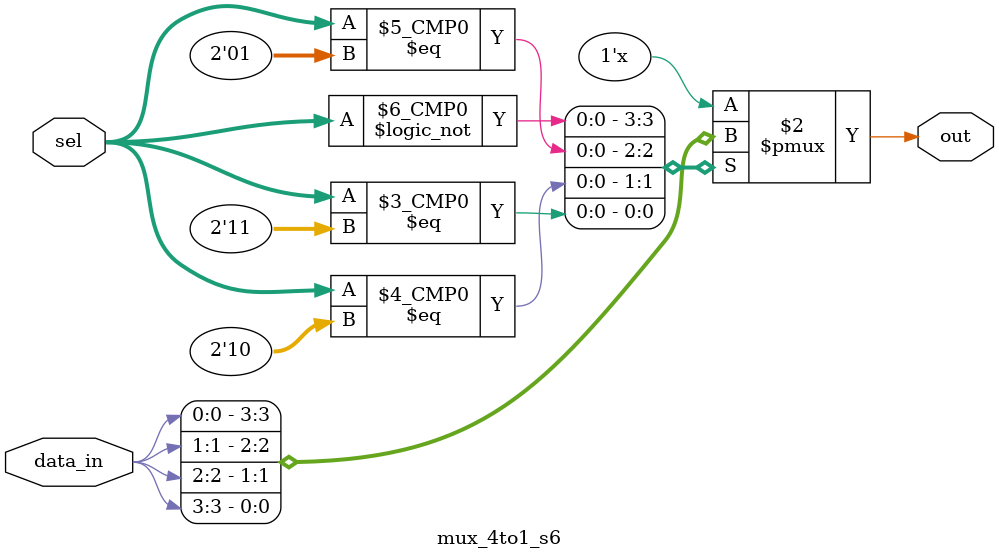
<source format=v>
module mux_4to1_s6(
    input [3:0] data_in,
    input [1:0] sel,
    output reg out
);

always @(*) begin
    case (sel)
        2'd0: out = data_in[0];
        2'd1: out = data_in[1];
        2'd2: out = data_in[2];
        2'd3: out = data_in[3];
        default: out = 1'b0;
    endcase
end

endmodule
</source>
